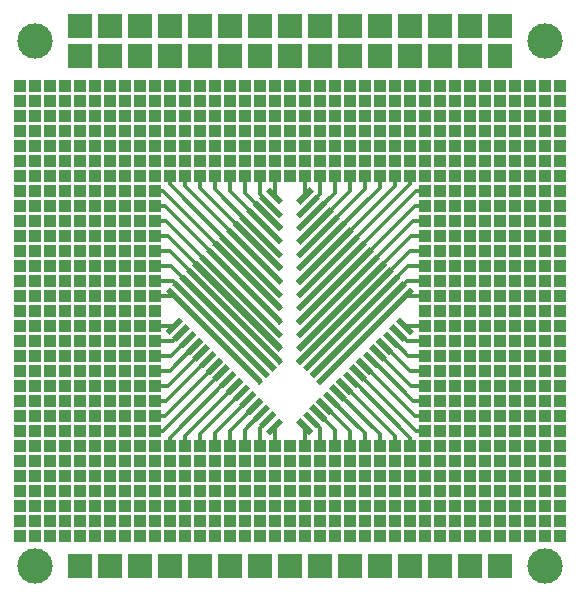
<source format=gbl>
G04 (created by PCBNEW (2013-mar-13)-testing) date Sat 04 Jan 2014 11:19:26 PM CET*
%MOIN*%
G04 Gerber Fmt 3.4, Leading zero omitted, Abs format*
%FSLAX34Y34*%
G01*
G70*
G90*
G04 APERTURE LIST*
%ADD10C,0.005906*%
%ADD11R,0.078700X0.078700*%
%ADD12R,0.039400X0.039400*%
%ADD13C,0.118110*%
%ADD14C,0.012000*%
G04 APERTURE END LIST*
G54D10*
G54D11*
X53000Y-28000D03*
X54000Y-28000D03*
X55000Y-28000D03*
X56000Y-28000D03*
X57000Y-28000D03*
X58000Y-28000D03*
X59000Y-28000D03*
X60000Y-28000D03*
X61000Y-28000D03*
X62000Y-28000D03*
X63000Y-28000D03*
X64000Y-28000D03*
X65000Y-28000D03*
X66000Y-28000D03*
X67000Y-28000D03*
X63000Y-46000D03*
X64000Y-46000D03*
X62000Y-46000D03*
X61000Y-46000D03*
X60000Y-46000D03*
X59000Y-46000D03*
X58000Y-46000D03*
X53000Y-46000D03*
X54000Y-46000D03*
X55000Y-46000D03*
X56000Y-46000D03*
X57000Y-46000D03*
X65000Y-46000D03*
X66000Y-46000D03*
X67000Y-46000D03*
G54D12*
X59500Y-42000D03*
X59000Y-42000D03*
X58500Y-42000D03*
X58000Y-42000D03*
X57500Y-42000D03*
X57000Y-42000D03*
X56500Y-42000D03*
X56000Y-42000D03*
X55500Y-41500D03*
X55500Y-41000D03*
X55500Y-40500D03*
X55500Y-40000D03*
X55500Y-39500D03*
X55500Y-39000D03*
X55500Y-38500D03*
X55500Y-38000D03*
X55500Y-37000D03*
X55500Y-36500D03*
X55500Y-36000D03*
X55500Y-35500D03*
X55500Y-35000D03*
X55500Y-34500D03*
X55500Y-34000D03*
X55500Y-33500D03*
X56000Y-33000D03*
X56500Y-33000D03*
X57000Y-33000D03*
X57500Y-33000D03*
X58000Y-33000D03*
X58500Y-33000D03*
X59000Y-33000D03*
X59500Y-33000D03*
X60500Y-33000D03*
X61000Y-33000D03*
X61500Y-33000D03*
X62000Y-33000D03*
X62500Y-33000D03*
X63000Y-33000D03*
X63500Y-33000D03*
X64000Y-33000D03*
X64500Y-33500D03*
X64500Y-34000D03*
X64500Y-34500D03*
X64500Y-35000D03*
X64500Y-35500D03*
X64500Y-36000D03*
X64500Y-36500D03*
X64500Y-37000D03*
X64500Y-38000D03*
X64500Y-38500D03*
X64500Y-39000D03*
X64500Y-39500D03*
X64500Y-40000D03*
X64500Y-40500D03*
X64500Y-41000D03*
X64500Y-41500D03*
X64000Y-42000D03*
X63500Y-42000D03*
X63000Y-42000D03*
X62500Y-42000D03*
X62000Y-42000D03*
X61500Y-42000D03*
X61000Y-42000D03*
X60500Y-42000D03*
G54D10*
G36*
X59791Y-41188D02*
X59345Y-41634D01*
X59206Y-41494D01*
X59652Y-41049D01*
X59791Y-41188D01*
X59791Y-41188D01*
G37*
G36*
X59568Y-40965D02*
X59123Y-41411D01*
X58983Y-41272D01*
X59429Y-40826D01*
X59568Y-40965D01*
X59568Y-40965D01*
G37*
G36*
X59345Y-40743D02*
X58900Y-41188D01*
X58761Y-41049D01*
X59206Y-40604D01*
X59345Y-40743D01*
X59345Y-40743D01*
G37*
G36*
X59123Y-40520D02*
X58677Y-40965D01*
X58538Y-40826D01*
X58983Y-40381D01*
X59123Y-40520D01*
X59123Y-40520D01*
G37*
G36*
X58900Y-40297D02*
X58454Y-40743D01*
X58315Y-40604D01*
X58761Y-40158D01*
X58900Y-40297D01*
X58900Y-40297D01*
G37*
G36*
X58677Y-40075D02*
X58232Y-40520D01*
X58093Y-40381D01*
X58538Y-39935D01*
X58677Y-40075D01*
X58677Y-40075D01*
G37*
G36*
X58454Y-39852D02*
X58009Y-40297D01*
X57870Y-40158D01*
X58315Y-39713D01*
X58454Y-39852D01*
X58454Y-39852D01*
G37*
G36*
X58232Y-39629D02*
X57786Y-40075D01*
X57647Y-39935D01*
X58093Y-39490D01*
X58232Y-39629D01*
X58232Y-39629D01*
G37*
G36*
X58009Y-39406D02*
X57564Y-39852D01*
X57424Y-39713D01*
X57870Y-39267D01*
X58009Y-39406D01*
X58009Y-39406D01*
G37*
G36*
X57786Y-39184D02*
X57341Y-39629D01*
X57202Y-39490D01*
X57647Y-39045D01*
X57786Y-39184D01*
X57786Y-39184D01*
G37*
G36*
X57564Y-38961D02*
X57118Y-39406D01*
X56979Y-39267D01*
X57424Y-38822D01*
X57564Y-38961D01*
X57564Y-38961D01*
G37*
G36*
X57341Y-38738D02*
X56895Y-39184D01*
X56756Y-39045D01*
X57202Y-38599D01*
X57341Y-38738D01*
X57341Y-38738D01*
G37*
G36*
X57118Y-38516D02*
X56673Y-38961D01*
X56534Y-38822D01*
X56979Y-38376D01*
X57118Y-38516D01*
X57118Y-38516D01*
G37*
G36*
X56895Y-38293D02*
X56450Y-38738D01*
X56311Y-38599D01*
X56756Y-38154D01*
X56895Y-38293D01*
X56895Y-38293D01*
G37*
G36*
X56673Y-38070D02*
X56227Y-38516D01*
X56088Y-38376D01*
X56534Y-37931D01*
X56673Y-38070D01*
X56673Y-38070D01*
G37*
G36*
X56450Y-37847D02*
X56005Y-38293D01*
X55865Y-38154D01*
X56311Y-37708D01*
X56450Y-37847D01*
X56450Y-37847D01*
G37*
G36*
X58983Y-39963D02*
X55865Y-36845D01*
X56005Y-36706D01*
X59123Y-39824D01*
X58983Y-39963D01*
X58983Y-39963D01*
G37*
G36*
X59206Y-39741D02*
X56088Y-36623D01*
X56227Y-36483D01*
X59345Y-39601D01*
X59206Y-39741D01*
X59206Y-39741D01*
G37*
G36*
X59429Y-39518D02*
X56311Y-36400D01*
X56450Y-36261D01*
X59568Y-39379D01*
X59429Y-39518D01*
X59429Y-39518D01*
G37*
G36*
X59652Y-39295D02*
X56534Y-36177D01*
X56673Y-36038D01*
X59791Y-39156D01*
X59652Y-39295D01*
X59652Y-39295D01*
G37*
G36*
X59652Y-38850D02*
X56756Y-35954D01*
X56895Y-35815D01*
X59791Y-38710D01*
X59652Y-38850D01*
X59652Y-38850D01*
G37*
G36*
X59652Y-38404D02*
X56979Y-35732D01*
X57118Y-35593D01*
X59791Y-38265D01*
X59652Y-38404D01*
X59652Y-38404D01*
G37*
G36*
X59652Y-37959D02*
X57202Y-35509D01*
X57341Y-35370D01*
X59791Y-37820D01*
X59652Y-37959D01*
X59652Y-37959D01*
G37*
G36*
X59652Y-37513D02*
X57424Y-35286D01*
X57564Y-35147D01*
X59791Y-37374D01*
X59652Y-37513D01*
X59652Y-37513D01*
G37*
G36*
X59652Y-37068D02*
X57647Y-35064D01*
X57786Y-34924D01*
X59791Y-36929D01*
X59652Y-37068D01*
X59652Y-37068D01*
G37*
G36*
X59652Y-36623D02*
X57870Y-34841D01*
X58009Y-34702D01*
X59791Y-36483D01*
X59652Y-36623D01*
X59652Y-36623D01*
G37*
G36*
X59652Y-36177D02*
X58093Y-34618D01*
X58232Y-34479D01*
X59791Y-36038D01*
X59652Y-36177D01*
X59652Y-36177D01*
G37*
G36*
X59652Y-35732D02*
X58315Y-34395D01*
X58454Y-34256D01*
X59791Y-35593D01*
X59652Y-35732D01*
X59652Y-35732D01*
G37*
G36*
X59652Y-35286D02*
X58538Y-34173D01*
X58677Y-34034D01*
X59791Y-35147D01*
X59652Y-35286D01*
X59652Y-35286D01*
G37*
G36*
X59652Y-34841D02*
X58761Y-33950D01*
X58900Y-33811D01*
X59791Y-34702D01*
X59652Y-34841D01*
X59652Y-34841D01*
G37*
G36*
X59652Y-34395D02*
X58983Y-33727D01*
X59123Y-33588D01*
X59791Y-34256D01*
X59652Y-34395D01*
X59652Y-34395D01*
G37*
G36*
X59652Y-33950D02*
X59206Y-33505D01*
X59345Y-33365D01*
X59791Y-33811D01*
X59652Y-33950D01*
X59652Y-33950D01*
G37*
G36*
X60793Y-33505D02*
X60347Y-33950D01*
X60208Y-33811D01*
X60654Y-33365D01*
X60793Y-33505D01*
X60793Y-33505D01*
G37*
G36*
X61016Y-33727D02*
X60347Y-34395D01*
X60208Y-34256D01*
X60876Y-33588D01*
X61016Y-33727D01*
X61016Y-33727D01*
G37*
G36*
X61238Y-33950D02*
X60347Y-34841D01*
X60208Y-34702D01*
X61099Y-33811D01*
X61238Y-33950D01*
X61238Y-33950D01*
G37*
G36*
X61461Y-34173D02*
X60347Y-35286D01*
X60208Y-35147D01*
X61322Y-34034D01*
X61461Y-34173D01*
X61461Y-34173D01*
G37*
G36*
X61684Y-34395D02*
X60347Y-35732D01*
X60208Y-35593D01*
X61545Y-34256D01*
X61684Y-34395D01*
X61684Y-34395D01*
G37*
G36*
X61906Y-34618D02*
X60347Y-36177D01*
X60208Y-36038D01*
X61767Y-34479D01*
X61906Y-34618D01*
X61906Y-34618D01*
G37*
G36*
X62129Y-34841D02*
X60347Y-36623D01*
X60208Y-36483D01*
X61990Y-34702D01*
X62129Y-34841D01*
X62129Y-34841D01*
G37*
G36*
X62352Y-35064D02*
X60347Y-37068D01*
X60208Y-36929D01*
X62213Y-34924D01*
X62352Y-35064D01*
X62352Y-35064D01*
G37*
G36*
X62575Y-35286D02*
X60347Y-37513D01*
X60208Y-37374D01*
X62435Y-35147D01*
X62575Y-35286D01*
X62575Y-35286D01*
G37*
G36*
X62797Y-35509D02*
X60347Y-37959D01*
X60208Y-37820D01*
X62658Y-35370D01*
X62797Y-35509D01*
X62797Y-35509D01*
G37*
G36*
X63020Y-35732D02*
X60347Y-38404D01*
X60208Y-38265D01*
X62881Y-35593D01*
X63020Y-35732D01*
X63020Y-35732D01*
G37*
G36*
X63243Y-35954D02*
X60347Y-38850D01*
X60208Y-38710D01*
X63104Y-35815D01*
X63243Y-35954D01*
X63243Y-35954D01*
G37*
G36*
X63465Y-36177D02*
X60347Y-39295D01*
X60208Y-39156D01*
X63326Y-36038D01*
X63465Y-36177D01*
X63465Y-36177D01*
G37*
G36*
X63688Y-36400D02*
X60570Y-39518D01*
X60431Y-39379D01*
X63549Y-36261D01*
X63688Y-36400D01*
X63688Y-36400D01*
G37*
G36*
X63911Y-36623D02*
X60793Y-39741D01*
X60654Y-39601D01*
X63772Y-36483D01*
X63911Y-36623D01*
X63911Y-36623D01*
G37*
G36*
X64134Y-36845D02*
X61016Y-39963D01*
X60876Y-39824D01*
X63994Y-36706D01*
X64134Y-36845D01*
X64134Y-36845D01*
G37*
G36*
X63688Y-37708D02*
X64134Y-38154D01*
X63994Y-38293D01*
X63549Y-37847D01*
X63688Y-37708D01*
X63688Y-37708D01*
G37*
G36*
X63465Y-37931D02*
X63911Y-38376D01*
X63772Y-38516D01*
X63326Y-38070D01*
X63465Y-37931D01*
X63465Y-37931D01*
G37*
G36*
X63243Y-38154D02*
X63688Y-38599D01*
X63549Y-38738D01*
X63104Y-38293D01*
X63243Y-38154D01*
X63243Y-38154D01*
G37*
G36*
X63020Y-38376D02*
X63465Y-38822D01*
X63326Y-38961D01*
X62881Y-38516D01*
X63020Y-38376D01*
X63020Y-38376D01*
G37*
G36*
X62797Y-38599D02*
X63243Y-39045D01*
X63104Y-39184D01*
X62658Y-38738D01*
X62797Y-38599D01*
X62797Y-38599D01*
G37*
G36*
X62575Y-38822D02*
X63020Y-39267D01*
X62881Y-39406D01*
X62435Y-38961D01*
X62575Y-38822D01*
X62575Y-38822D01*
G37*
G36*
X62352Y-39045D02*
X62797Y-39490D01*
X62658Y-39629D01*
X62213Y-39184D01*
X62352Y-39045D01*
X62352Y-39045D01*
G37*
G36*
X62129Y-39267D02*
X62575Y-39713D01*
X62435Y-39852D01*
X61990Y-39406D01*
X62129Y-39267D01*
X62129Y-39267D01*
G37*
G36*
X61906Y-39490D02*
X62352Y-39935D01*
X62213Y-40075D01*
X61767Y-39629D01*
X61906Y-39490D01*
X61906Y-39490D01*
G37*
G36*
X61684Y-39713D02*
X62129Y-40158D01*
X61990Y-40297D01*
X61545Y-39852D01*
X61684Y-39713D01*
X61684Y-39713D01*
G37*
G36*
X61461Y-39935D02*
X61906Y-40381D01*
X61767Y-40520D01*
X61322Y-40075D01*
X61461Y-39935D01*
X61461Y-39935D01*
G37*
G36*
X61238Y-40158D02*
X61684Y-40604D01*
X61545Y-40743D01*
X61099Y-40297D01*
X61238Y-40158D01*
X61238Y-40158D01*
G37*
G36*
X61016Y-40381D02*
X61461Y-40826D01*
X61322Y-40965D01*
X60876Y-40520D01*
X61016Y-40381D01*
X61016Y-40381D01*
G37*
G36*
X60793Y-40604D02*
X61238Y-41049D01*
X61099Y-41188D01*
X60654Y-40743D01*
X60793Y-40604D01*
X60793Y-40604D01*
G37*
G36*
X60570Y-40826D02*
X61016Y-41272D01*
X60876Y-41411D01*
X60431Y-40965D01*
X60570Y-40826D01*
X60570Y-40826D01*
G37*
G36*
X60347Y-41049D02*
X60793Y-41494D01*
X60654Y-41634D01*
X60208Y-41188D01*
X60347Y-41049D01*
X60347Y-41049D01*
G37*
G54D13*
X51500Y-46000D03*
X68500Y-46000D03*
X51500Y-28500D03*
X68500Y-28500D03*
G54D12*
X51000Y-30500D03*
X51000Y-30000D03*
X52000Y-30500D03*
X51500Y-30500D03*
X51500Y-30000D03*
X53000Y-30500D03*
X52500Y-30500D03*
X53500Y-30500D03*
X52500Y-30000D03*
X52000Y-30000D03*
X53500Y-30000D03*
X53000Y-30000D03*
X54000Y-30500D03*
X54000Y-30000D03*
X54500Y-30500D03*
X55500Y-30500D03*
X56000Y-30500D03*
X56000Y-30000D03*
X55500Y-30000D03*
X57500Y-30500D03*
X57500Y-30000D03*
X59000Y-30000D03*
X57000Y-30500D03*
X56500Y-30500D03*
X55000Y-30500D03*
X56500Y-30000D03*
X57000Y-30000D03*
X54500Y-30000D03*
X55000Y-30000D03*
X58000Y-30500D03*
X58000Y-30000D03*
X58500Y-30500D03*
X59000Y-30500D03*
X58500Y-30000D03*
X60000Y-30500D03*
X59500Y-30500D03*
X59500Y-30000D03*
X60000Y-30000D03*
X60500Y-30000D03*
X60500Y-30500D03*
X61000Y-30500D03*
X61000Y-30000D03*
X61500Y-30500D03*
X61500Y-30000D03*
X62000Y-30500D03*
X62000Y-30000D03*
X62500Y-30500D03*
X62500Y-30000D03*
X63000Y-30000D03*
X63000Y-30500D03*
X63500Y-30500D03*
X63500Y-30000D03*
X64000Y-30000D03*
X64000Y-30500D03*
X64500Y-30500D03*
X64500Y-30000D03*
X65000Y-30000D03*
X65000Y-30500D03*
X68500Y-30500D03*
X65500Y-30500D03*
X66000Y-30500D03*
X67500Y-30500D03*
X68000Y-30500D03*
X67000Y-30500D03*
X66500Y-30500D03*
X68500Y-30000D03*
X68000Y-30000D03*
X67500Y-30000D03*
X67000Y-30000D03*
X66500Y-30000D03*
X65500Y-30000D03*
X66000Y-30000D03*
X65000Y-37000D03*
X65000Y-36500D03*
X64500Y-37500D03*
X65000Y-36000D03*
X64500Y-33000D03*
X65000Y-33000D03*
X65000Y-33500D03*
X65000Y-34000D03*
X65000Y-34500D03*
X65000Y-35000D03*
X65000Y-35500D03*
G54D11*
X53000Y-29000D03*
X54000Y-29000D03*
X55000Y-29000D03*
X56000Y-29000D03*
X57000Y-29000D03*
X59000Y-29000D03*
X58000Y-29000D03*
X61000Y-29000D03*
X60000Y-29000D03*
X67000Y-29000D03*
X66000Y-29000D03*
X65000Y-29000D03*
X64000Y-29000D03*
X63000Y-29000D03*
X62000Y-29000D03*
G54D12*
X68500Y-31000D03*
X68000Y-31000D03*
X67500Y-31000D03*
X67000Y-31000D03*
X65500Y-32000D03*
X65500Y-32500D03*
X65000Y-31000D03*
X65000Y-31500D03*
X65000Y-32000D03*
X64500Y-31000D03*
X67500Y-32000D03*
X66500Y-31000D03*
X66000Y-31000D03*
X65500Y-31000D03*
X68500Y-31500D03*
X68000Y-31500D03*
X67500Y-31500D03*
X67000Y-31500D03*
X66500Y-31500D03*
X66000Y-31500D03*
X65500Y-31500D03*
X68500Y-32000D03*
X68000Y-32000D03*
X64500Y-31500D03*
X67000Y-32000D03*
X66500Y-32000D03*
X66000Y-32000D03*
X69000Y-33000D03*
X69000Y-30000D03*
X69000Y-30500D03*
X69000Y-31500D03*
X64500Y-32000D03*
X69000Y-34500D03*
X69000Y-36000D03*
X69000Y-37500D03*
X69000Y-39000D03*
X69000Y-32000D03*
X69000Y-33500D03*
X69000Y-35000D03*
X69000Y-36500D03*
X69000Y-38000D03*
X69000Y-39500D03*
X68500Y-32500D03*
X68000Y-32500D03*
X67500Y-32500D03*
X67000Y-32500D03*
X66500Y-32500D03*
X66000Y-32500D03*
X69000Y-40500D03*
X69000Y-41000D03*
X65000Y-32500D03*
X69000Y-42000D03*
X69000Y-42500D03*
X64500Y-32500D03*
X68500Y-33000D03*
X68000Y-33000D03*
X67500Y-33500D03*
X67000Y-33000D03*
X66500Y-33000D03*
X66000Y-33000D03*
X65500Y-33000D03*
X68500Y-33500D03*
X68000Y-33500D03*
X67500Y-33000D03*
X67000Y-33500D03*
X66500Y-33500D03*
X66000Y-33500D03*
X65500Y-33500D03*
X68500Y-34000D03*
X65500Y-34000D03*
X68000Y-34000D03*
X66000Y-34000D03*
X67500Y-34000D03*
X67000Y-34000D03*
X66500Y-34000D03*
X68500Y-34500D03*
X68000Y-34500D03*
X67500Y-34500D03*
X67000Y-34500D03*
X66500Y-34500D03*
X66000Y-34500D03*
X65500Y-34500D03*
X68500Y-35000D03*
X68000Y-35000D03*
X67500Y-35000D03*
X67000Y-35000D03*
X66500Y-35000D03*
X66000Y-35000D03*
X65500Y-35000D03*
X64000Y-31000D03*
X63500Y-31000D03*
X63000Y-31000D03*
X64000Y-31500D03*
X63500Y-31500D03*
X63500Y-32000D03*
X64000Y-32000D03*
X69000Y-43500D03*
X64000Y-32500D03*
X69000Y-44000D03*
X63500Y-32500D03*
X68500Y-35500D03*
X68000Y-35500D03*
X67500Y-35500D03*
X67000Y-35500D03*
X66000Y-35500D03*
X66500Y-35500D03*
X65500Y-35500D03*
X68500Y-36000D03*
X68000Y-36000D03*
X67500Y-36000D03*
X67000Y-36000D03*
X66500Y-36000D03*
X66000Y-36000D03*
X65500Y-36000D03*
X68500Y-36500D03*
X68500Y-37000D03*
X68500Y-37500D03*
X68000Y-36500D03*
X67500Y-36500D03*
X68000Y-37000D03*
X67000Y-36500D03*
X66500Y-36500D03*
X67000Y-37000D03*
X66000Y-36500D03*
X65500Y-36500D03*
X67500Y-37000D03*
X65500Y-37000D03*
X66500Y-37000D03*
X66000Y-37000D03*
X68000Y-37500D03*
X67500Y-37500D03*
X67000Y-37500D03*
X66500Y-37500D03*
X65500Y-37500D03*
X66000Y-37500D03*
X65000Y-37500D03*
X65000Y-38000D03*
X68500Y-38000D03*
X68000Y-38000D03*
X67500Y-38000D03*
X67000Y-38000D03*
X66500Y-38000D03*
X66000Y-38000D03*
X65500Y-38000D03*
X68500Y-38500D03*
X68500Y-39000D03*
X68000Y-38500D03*
X67500Y-38500D03*
X67000Y-38500D03*
X66500Y-38500D03*
X66000Y-38500D03*
X65000Y-38500D03*
X65500Y-38500D03*
X65000Y-39000D03*
X65500Y-39000D03*
X66000Y-39000D03*
X66500Y-39000D03*
X67000Y-39000D03*
X67500Y-39000D03*
X68000Y-39000D03*
X67000Y-39500D03*
X65500Y-39500D03*
X67500Y-40000D03*
X67500Y-40500D03*
X67000Y-40000D03*
X67000Y-40500D03*
X66500Y-40000D03*
X68500Y-39500D03*
X68000Y-39500D03*
X67500Y-39500D03*
X65000Y-40000D03*
X66500Y-39500D03*
X66000Y-39500D03*
X65500Y-40000D03*
X65000Y-39500D03*
X68500Y-40000D03*
X68500Y-40500D03*
X68000Y-40000D03*
X68000Y-40500D03*
X66000Y-40000D03*
X66500Y-40500D03*
X68500Y-41000D03*
X68500Y-41500D03*
X68500Y-42000D03*
X68500Y-42500D03*
X69000Y-31000D03*
X68500Y-43000D03*
X68500Y-43500D03*
X68500Y-44500D03*
X68500Y-44000D03*
X68500Y-45000D03*
X68000Y-41000D03*
X68000Y-41500D03*
X68000Y-42000D03*
X68000Y-42500D03*
X67500Y-41000D03*
X66000Y-40500D03*
X65500Y-40500D03*
X65000Y-40500D03*
X67000Y-41000D03*
X66500Y-41000D03*
X66000Y-41000D03*
X65000Y-41000D03*
X65500Y-41000D03*
X65000Y-41500D03*
X64500Y-42000D03*
X65000Y-42000D03*
X67500Y-41500D03*
X67000Y-41500D03*
X66500Y-41500D03*
X66000Y-41500D03*
X65500Y-41500D03*
X67500Y-42000D03*
X69000Y-32500D03*
X68000Y-43000D03*
X68000Y-43500D03*
X68000Y-44000D03*
X68000Y-44500D03*
X68000Y-45000D03*
X67000Y-42000D03*
X66500Y-42000D03*
X65500Y-42000D03*
X66000Y-42000D03*
X67500Y-42500D03*
X69000Y-34000D03*
X67500Y-43000D03*
X67500Y-43500D03*
X67500Y-44000D03*
X67500Y-44500D03*
X67500Y-45000D03*
X67000Y-42500D03*
X69000Y-35500D03*
X67000Y-43000D03*
X67000Y-43500D03*
X67000Y-44000D03*
X66500Y-42500D03*
X66000Y-42500D03*
X65500Y-42500D03*
X69000Y-37000D03*
X67000Y-44500D03*
X60000Y-42000D03*
X66500Y-43000D03*
X69000Y-38500D03*
X65000Y-42500D03*
X67000Y-45000D03*
X66500Y-45000D03*
X66500Y-43500D03*
X66500Y-44000D03*
X66500Y-44500D03*
X66000Y-43000D03*
X66000Y-43500D03*
X66000Y-44000D03*
X66000Y-44500D03*
X66000Y-45000D03*
X69000Y-40000D03*
X65500Y-43000D03*
X65500Y-43500D03*
X65500Y-44000D03*
X65500Y-44500D03*
X65500Y-45000D03*
X69000Y-41500D03*
X65000Y-43000D03*
X65000Y-43500D03*
X65000Y-44000D03*
X65000Y-44500D03*
X65000Y-45000D03*
X64500Y-42500D03*
X69000Y-43000D03*
X64000Y-42500D03*
X64500Y-43000D03*
X64500Y-43500D03*
X64500Y-44000D03*
X64500Y-44500D03*
X64500Y-45000D03*
X69000Y-44500D03*
X64000Y-43000D03*
X64000Y-43500D03*
X64000Y-44000D03*
X64000Y-44500D03*
X64000Y-45000D03*
X63500Y-42500D03*
X69000Y-45000D03*
X63500Y-43000D03*
X63500Y-43500D03*
X63500Y-44000D03*
X63500Y-44500D03*
X63500Y-45000D03*
X63000Y-42500D03*
X63000Y-43000D03*
X63000Y-43500D03*
X63000Y-44000D03*
X63000Y-44500D03*
X63000Y-45000D03*
X62500Y-42500D03*
X62500Y-43000D03*
X62500Y-43500D03*
X62500Y-44000D03*
X62500Y-44500D03*
X62500Y-45000D03*
X62000Y-42500D03*
X62000Y-43000D03*
X62000Y-43500D03*
X62000Y-44000D03*
X62000Y-44500D03*
X62000Y-45000D03*
X61500Y-42500D03*
X61000Y-42500D03*
X60500Y-42500D03*
X61500Y-43000D03*
X61500Y-43500D03*
X61500Y-44000D03*
X61500Y-44500D03*
X61500Y-45000D03*
X61000Y-43000D03*
X60500Y-43000D03*
X61000Y-43500D03*
X60500Y-43500D03*
X62500Y-31000D03*
X62000Y-31000D03*
X51000Y-31000D03*
X51500Y-31000D03*
X63000Y-31500D03*
X63000Y-32000D03*
X63000Y-32500D03*
X62500Y-31500D03*
X62500Y-32000D03*
X55500Y-33000D03*
X60000Y-33000D03*
X62500Y-32500D03*
X62000Y-32500D03*
X62000Y-32000D03*
X62000Y-31500D03*
X61500Y-31000D03*
X61000Y-31000D03*
X61500Y-31500D03*
X61500Y-32000D03*
X61500Y-32500D03*
X61000Y-32500D03*
X60500Y-32500D03*
X60000Y-32500D03*
X61000Y-31500D03*
X61000Y-32000D03*
X59500Y-32500D03*
X59000Y-32500D03*
X59000Y-31000D03*
X59500Y-31000D03*
X60000Y-31000D03*
X60500Y-31000D03*
X60500Y-31500D03*
X60500Y-32000D03*
X60000Y-31500D03*
X60000Y-32000D03*
X59500Y-31500D03*
X59500Y-32000D03*
X59000Y-31500D03*
X58500Y-31000D03*
X59000Y-32000D03*
X58500Y-32500D03*
X58000Y-32500D03*
X58500Y-31500D03*
X58500Y-32000D03*
X58000Y-31500D03*
X57500Y-31000D03*
X58000Y-31000D03*
X56500Y-31000D03*
X57000Y-31000D03*
X57500Y-31500D03*
X58000Y-32000D03*
X57500Y-32500D03*
X57500Y-32000D03*
X56500Y-31500D03*
X57000Y-31500D03*
X57000Y-32000D03*
X57000Y-32500D03*
X56000Y-31000D03*
X52500Y-31000D03*
X52000Y-31000D03*
X53000Y-31000D03*
X54500Y-31000D03*
X55500Y-31000D03*
X55000Y-31000D03*
X53500Y-31000D03*
X54000Y-31000D03*
X56500Y-32500D03*
X56000Y-32500D03*
X55500Y-32500D03*
X56500Y-32000D03*
X56000Y-31500D03*
X56000Y-32000D03*
X55500Y-32000D03*
X55500Y-31500D03*
X55000Y-31500D03*
X54500Y-31500D03*
X54000Y-31500D03*
X53500Y-31500D03*
X53000Y-31500D03*
X52500Y-31500D03*
X51500Y-31500D03*
X52000Y-31500D03*
X51000Y-31500D03*
X51000Y-32000D03*
X51500Y-32000D03*
X52000Y-32000D03*
X52500Y-32000D03*
X55000Y-32000D03*
X54500Y-32000D03*
X54000Y-32000D03*
X53500Y-32000D03*
X53000Y-32000D03*
X55000Y-32500D03*
X55000Y-33000D03*
X55000Y-33500D03*
X54500Y-32500D03*
X54000Y-32500D03*
X54500Y-33000D03*
X51000Y-32500D03*
X51500Y-32500D03*
X52500Y-32500D03*
X52000Y-32500D03*
X53000Y-32500D03*
X53500Y-32500D03*
X51000Y-33000D03*
X51000Y-33500D03*
X51000Y-34000D03*
X51000Y-34500D03*
X52500Y-33000D03*
X52000Y-33000D03*
X51500Y-33000D03*
X54000Y-33000D03*
X53500Y-33000D03*
X53000Y-33000D03*
X51500Y-33500D03*
X51500Y-34000D03*
X52000Y-33500D03*
X52500Y-33500D03*
X54500Y-33500D03*
X54000Y-33500D03*
X53000Y-33500D03*
X53500Y-33500D03*
X52000Y-34000D03*
X51500Y-34500D03*
X52000Y-34500D03*
X55000Y-34000D03*
X54000Y-34000D03*
X53500Y-34000D03*
X52500Y-34000D03*
X53000Y-34000D03*
X54500Y-34000D03*
X55000Y-34500D03*
X53000Y-34500D03*
X53000Y-35000D03*
X52500Y-34500D03*
X55000Y-35000D03*
X54000Y-35000D03*
X54000Y-34500D03*
X54500Y-34500D03*
X53500Y-34500D03*
X54500Y-35000D03*
X53500Y-35000D03*
X52500Y-35000D03*
X51000Y-35000D03*
X52000Y-35000D03*
X51500Y-35000D03*
X51000Y-35500D03*
X51500Y-36000D03*
X52000Y-35500D03*
X54000Y-35500D03*
X55000Y-35500D03*
X54500Y-35500D03*
X53000Y-35500D03*
X52500Y-35500D03*
X53500Y-35500D03*
X55000Y-36000D03*
X54500Y-36000D03*
X54000Y-36000D03*
X53500Y-36000D03*
X53000Y-36000D03*
X52500Y-36000D03*
X52000Y-36000D03*
X51500Y-35500D03*
X51000Y-36000D03*
X55000Y-36500D03*
X54500Y-36500D03*
X54000Y-36500D03*
X53500Y-36500D03*
X53000Y-36500D03*
X52500Y-36500D03*
X52000Y-36500D03*
X51500Y-36500D03*
X51000Y-36500D03*
X55500Y-37500D03*
X55000Y-37000D03*
X54500Y-37000D03*
X54000Y-37000D03*
X53500Y-37000D03*
X53000Y-37000D03*
X52500Y-37000D03*
X52000Y-37000D03*
X51500Y-37000D03*
X51000Y-37000D03*
X55000Y-37500D03*
X54500Y-37500D03*
X54000Y-37500D03*
X53500Y-37500D03*
X53000Y-37500D03*
X52500Y-37500D03*
X52000Y-37500D03*
X51500Y-37500D03*
X51000Y-37500D03*
X55000Y-38000D03*
X54500Y-38000D03*
X54000Y-38000D03*
X53500Y-38000D03*
X53000Y-38000D03*
X52500Y-38000D03*
X51000Y-38000D03*
X52000Y-38000D03*
X51500Y-38000D03*
X51000Y-38500D03*
X51000Y-39000D03*
X51000Y-39500D03*
X51500Y-38500D03*
X52000Y-38500D03*
X51500Y-39000D03*
X52500Y-38500D03*
X53000Y-38500D03*
X53500Y-38500D03*
X55000Y-38500D03*
X54000Y-38500D03*
X54500Y-38500D03*
X52000Y-39000D03*
X52500Y-39000D03*
X53500Y-39000D03*
X53000Y-39000D03*
X55000Y-39000D03*
X54000Y-39000D03*
X54500Y-39000D03*
X51500Y-39500D03*
X51000Y-40000D03*
X52000Y-39500D03*
X52500Y-39500D03*
X53000Y-39500D03*
X53500Y-39500D03*
X54000Y-39500D03*
X55000Y-39500D03*
X54500Y-39500D03*
X55500Y-42000D03*
X55000Y-40000D03*
X54500Y-40000D03*
X55000Y-40500D03*
X54000Y-40000D03*
X54500Y-40500D03*
X55000Y-41000D03*
X53500Y-40000D03*
X51500Y-40000D03*
X51000Y-40500D03*
X52000Y-40000D03*
X53000Y-40000D03*
X52500Y-40000D03*
X51500Y-40500D03*
X51000Y-41000D03*
X52000Y-40500D03*
X51500Y-41000D03*
X54000Y-40500D03*
X53500Y-40500D03*
X52500Y-40500D03*
X53000Y-40500D03*
X52000Y-41000D03*
X52500Y-41000D03*
X53000Y-41000D03*
X54000Y-41000D03*
X53500Y-41000D03*
X54500Y-41000D03*
X55000Y-41500D03*
X51000Y-41500D03*
X51000Y-45000D03*
X51000Y-44500D03*
X51000Y-42000D03*
X51000Y-42500D03*
X51000Y-43000D03*
X51000Y-43500D03*
X51000Y-44000D03*
X51500Y-45000D03*
X51500Y-44500D03*
X51500Y-44000D03*
X51500Y-43500D03*
X51500Y-43000D03*
X51500Y-42500D03*
X51500Y-41500D03*
X52000Y-41500D03*
X51500Y-42000D03*
X53500Y-41500D03*
X53000Y-41500D03*
X52500Y-41500D03*
X55000Y-42000D03*
X54500Y-41500D03*
X54000Y-41500D03*
X52500Y-42000D03*
X52000Y-42000D03*
X52000Y-42500D03*
X53000Y-42000D03*
X52500Y-42500D03*
X53500Y-42000D03*
X53000Y-42500D03*
X52000Y-43000D03*
X54500Y-42000D03*
X54000Y-42000D03*
X53500Y-42500D03*
X52500Y-43000D03*
X52000Y-43500D03*
X52000Y-44000D03*
X52000Y-44500D03*
X52000Y-45000D03*
X54000Y-42500D03*
X54500Y-42500D03*
X60500Y-44000D03*
X61000Y-44000D03*
X61000Y-45000D03*
X61000Y-44500D03*
X60500Y-45000D03*
X60500Y-44500D03*
X60000Y-42500D03*
X59500Y-42500D03*
X52500Y-43500D03*
X53000Y-43000D03*
X52500Y-45000D03*
X52500Y-44500D03*
X52500Y-44000D03*
X53000Y-43500D03*
X53000Y-44000D03*
X53000Y-44500D03*
X53000Y-45000D03*
X53500Y-45000D03*
X55000Y-45000D03*
X54500Y-45000D03*
X54000Y-45000D03*
X53500Y-44500D03*
X53500Y-44000D03*
X53500Y-43500D03*
X53500Y-43000D03*
X54000Y-43000D03*
X54000Y-44500D03*
X54000Y-44000D03*
X54000Y-43500D03*
X54500Y-44500D03*
X54500Y-44000D03*
X55000Y-42500D03*
X55500Y-42500D03*
X54500Y-43500D03*
X54500Y-43000D03*
X55000Y-44500D03*
X55000Y-44000D03*
X55000Y-43500D03*
X55000Y-43000D03*
X56000Y-42500D03*
X60000Y-45000D03*
X55500Y-45000D03*
X56000Y-45000D03*
X56500Y-45000D03*
X57000Y-45000D03*
X57500Y-45000D03*
X60000Y-44500D03*
X60000Y-43000D03*
X59500Y-43500D03*
X60000Y-43500D03*
X60000Y-44000D03*
X59500Y-43000D03*
X59500Y-44500D03*
X59500Y-44000D03*
X59500Y-45000D03*
X59000Y-42500D03*
X58500Y-42500D03*
X58000Y-42500D03*
X57500Y-42500D03*
X57000Y-42500D03*
X56500Y-42500D03*
X59000Y-44000D03*
X59000Y-43000D03*
X59000Y-43500D03*
X59000Y-44500D03*
X59000Y-45000D03*
X58500Y-45000D03*
X58500Y-44500D03*
X58500Y-43500D03*
X58500Y-44000D03*
X58500Y-43000D03*
X58000Y-43000D03*
X55500Y-43000D03*
X55500Y-43500D03*
X55500Y-44500D03*
X55500Y-44000D03*
X56000Y-43000D03*
X56000Y-43500D03*
X56000Y-44000D03*
X56000Y-44500D03*
X56500Y-43000D03*
X57000Y-43000D03*
X57500Y-43000D03*
X56500Y-43500D03*
X56500Y-44000D03*
X56500Y-44500D03*
X57000Y-43500D03*
X58000Y-43500D03*
X57500Y-43500D03*
X58000Y-44000D03*
X57000Y-44000D03*
X57500Y-44000D03*
X57000Y-44500D03*
X57500Y-44500D03*
X58000Y-44500D03*
X58000Y-45000D03*
G54D14*
X55500Y-36500D02*
X56104Y-36500D01*
X56104Y-36500D02*
X57717Y-38112D01*
X55500Y-36000D02*
X56050Y-36000D01*
X56050Y-36000D02*
X57939Y-37889D01*
X64500Y-38000D02*
X63842Y-38000D01*
X63842Y-38000D02*
X63841Y-38001D01*
X64000Y-42000D02*
X64000Y-41722D01*
X64000Y-41722D02*
X62060Y-39782D01*
X63500Y-42000D02*
X63500Y-41668D01*
X63500Y-41668D02*
X61837Y-40005D01*
X63000Y-42000D02*
X63000Y-41613D01*
X63000Y-41613D02*
X61614Y-40228D01*
X57500Y-33000D02*
X57500Y-33441D01*
X57500Y-33441D02*
X59053Y-34994D01*
X58000Y-33000D02*
X58000Y-33495D01*
X58000Y-33495D02*
X59164Y-34660D01*
X64500Y-36500D02*
X63895Y-36500D01*
X63895Y-36500D02*
X62282Y-38112D01*
X64500Y-37000D02*
X63840Y-37000D01*
X63840Y-37000D02*
X62505Y-38335D01*
X62500Y-33000D02*
X62500Y-33441D01*
X62500Y-33441D02*
X60946Y-34994D01*
X63000Y-33000D02*
X63000Y-33386D01*
X63000Y-33386D02*
X61057Y-35328D01*
X63500Y-33000D02*
X63500Y-33331D01*
X63500Y-33331D02*
X61169Y-35662D01*
X57000Y-42000D02*
X57000Y-41613D01*
X57000Y-41613D02*
X58385Y-40228D01*
X59500Y-42000D02*
X59500Y-41342D01*
X59500Y-41342D02*
X59498Y-41341D01*
X59000Y-42000D02*
X59000Y-41395D01*
X59000Y-41395D02*
X59276Y-41119D01*
X58500Y-42000D02*
X58500Y-41449D01*
X58500Y-41449D02*
X59053Y-40896D01*
X58000Y-42000D02*
X58000Y-41504D01*
X58000Y-41504D02*
X58830Y-40673D01*
X57500Y-42000D02*
X57500Y-41558D01*
X57500Y-41558D02*
X58608Y-40450D01*
X56500Y-42000D02*
X56500Y-41668D01*
X56500Y-41668D02*
X58162Y-40005D01*
X56000Y-42000D02*
X56000Y-41722D01*
X56000Y-41722D02*
X57939Y-39782D01*
X55500Y-41500D02*
X55777Y-41500D01*
X55777Y-41500D02*
X57717Y-39560D01*
X55500Y-41000D02*
X55831Y-41000D01*
X55831Y-41000D02*
X57494Y-39337D01*
X55500Y-35500D02*
X55995Y-35500D01*
X55995Y-35500D02*
X58162Y-37667D01*
X58500Y-33000D02*
X58500Y-33550D01*
X58500Y-33550D02*
X59276Y-34326D01*
X64000Y-33000D02*
X64000Y-33277D01*
X64000Y-33277D02*
X61280Y-35996D01*
X64500Y-38500D02*
X63895Y-38500D01*
X63895Y-38500D02*
X63619Y-38223D01*
X64500Y-35500D02*
X64004Y-35500D01*
X64004Y-35500D02*
X61837Y-37667D01*
X55500Y-39000D02*
X56050Y-39000D01*
X56050Y-39000D02*
X56603Y-38446D01*
X55500Y-33500D02*
X55777Y-33500D01*
X55777Y-33500D02*
X58608Y-36330D01*
X61000Y-33000D02*
X61000Y-33604D01*
X61000Y-33604D02*
X60612Y-33992D01*
X64500Y-35000D02*
X64058Y-35000D01*
X64058Y-35000D02*
X61726Y-37332D01*
X64500Y-40500D02*
X64113Y-40500D01*
X64113Y-40500D02*
X62728Y-39114D01*
X60500Y-42000D02*
X60500Y-41342D01*
X60500Y-41342D02*
X60501Y-41341D01*
X55500Y-38500D02*
X56104Y-38500D01*
X56104Y-38500D02*
X56380Y-38223D01*
X56000Y-33000D02*
X56000Y-33277D01*
X56000Y-33277D02*
X58719Y-35996D01*
X61500Y-33000D02*
X61500Y-33550D01*
X61500Y-33550D02*
X60723Y-34326D01*
X61000Y-42000D02*
X61000Y-41395D01*
X61000Y-41395D02*
X60723Y-41119D01*
X64500Y-41000D02*
X64168Y-41000D01*
X64168Y-41000D02*
X62505Y-39337D01*
X56500Y-33000D02*
X56500Y-33331D01*
X56500Y-33331D02*
X58830Y-35662D01*
X62000Y-33000D02*
X62000Y-33495D01*
X62000Y-33495D02*
X60835Y-34660D01*
X64500Y-36000D02*
X63949Y-36000D01*
X63949Y-36000D02*
X62060Y-37889D01*
X64500Y-41500D02*
X64222Y-41500D01*
X64222Y-41500D02*
X62282Y-39560D01*
X55500Y-37000D02*
X56159Y-37000D01*
X56159Y-37000D02*
X57494Y-38335D01*
X57000Y-33000D02*
X57000Y-33386D01*
X57000Y-33386D02*
X58942Y-35328D01*
X59500Y-33000D02*
X59500Y-33657D01*
X59500Y-33657D02*
X59498Y-33658D01*
X55500Y-40500D02*
X55886Y-40500D01*
X55886Y-40500D02*
X57271Y-39114D01*
X55500Y-35000D02*
X55941Y-35000D01*
X55941Y-35000D02*
X58273Y-37332D01*
X59000Y-33000D02*
X59000Y-33604D01*
X59000Y-33604D02*
X59387Y-33992D01*
X64500Y-33500D02*
X64222Y-33500D01*
X64222Y-33500D02*
X61391Y-36330D01*
X64500Y-39000D02*
X63949Y-39000D01*
X63949Y-39000D02*
X63396Y-38446D01*
X55500Y-40000D02*
X55941Y-40000D01*
X55941Y-40000D02*
X57049Y-38891D01*
X55500Y-34500D02*
X55886Y-34500D01*
X55886Y-34500D02*
X58385Y-36998D01*
X62500Y-42000D02*
X62500Y-41558D01*
X62500Y-41558D02*
X61391Y-40450D01*
X64500Y-34000D02*
X64168Y-34000D01*
X64168Y-34000D02*
X61503Y-36664D01*
X64500Y-39500D02*
X64004Y-39500D01*
X64004Y-39500D02*
X63173Y-38669D01*
X61500Y-42000D02*
X61500Y-41449D01*
X61500Y-41449D02*
X60946Y-40896D01*
X55500Y-39500D02*
X55995Y-39500D01*
X55995Y-39500D02*
X56826Y-38669D01*
X55500Y-34000D02*
X55831Y-34000D01*
X55831Y-34000D02*
X58496Y-36664D01*
X60500Y-33000D02*
X60500Y-33657D01*
X60500Y-33657D02*
X60501Y-33658D01*
X64500Y-34500D02*
X64113Y-34500D01*
X64113Y-34500D02*
X61614Y-36998D01*
X64500Y-40000D02*
X64058Y-40000D01*
X64058Y-40000D02*
X62950Y-38891D01*
X62000Y-42000D02*
X62000Y-41504D01*
X62000Y-41504D02*
X61169Y-40673D01*
X55500Y-38000D02*
X56157Y-38000D01*
X56157Y-38000D02*
X56158Y-38001D01*
M02*

</source>
